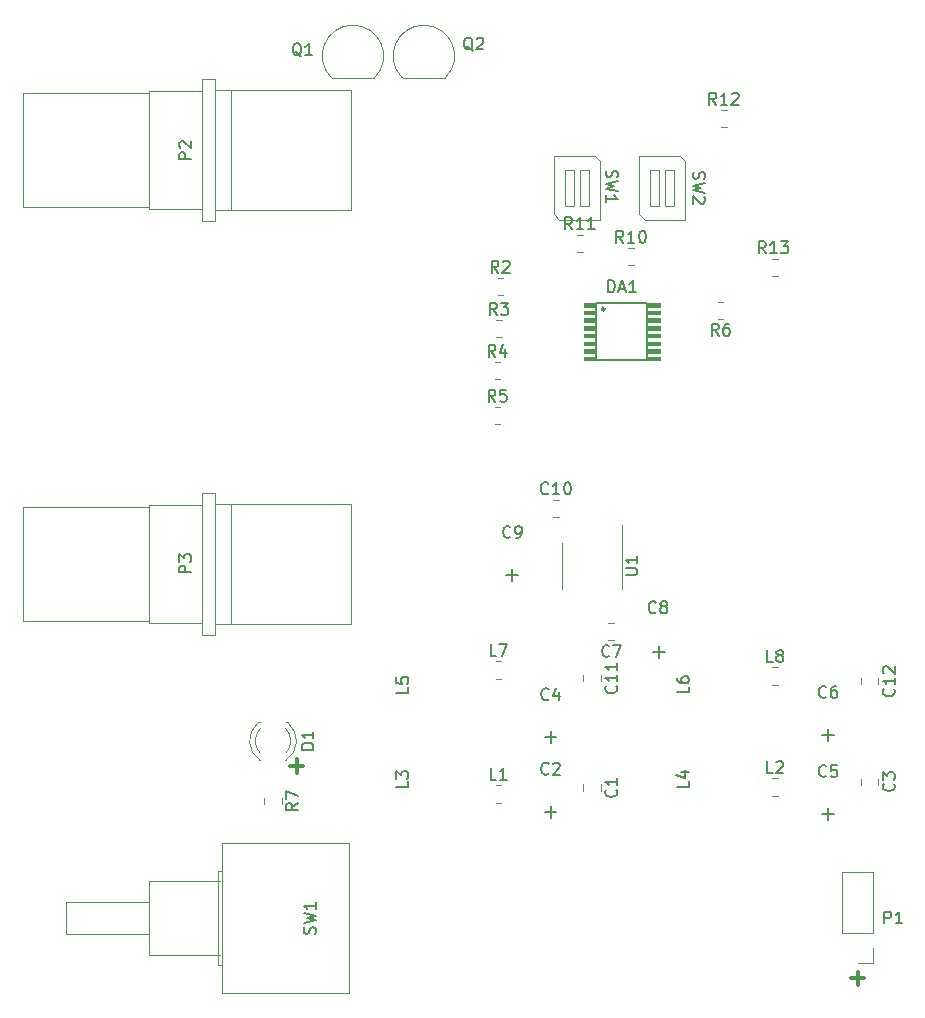
<source format=gbr>
%TF.GenerationSoftware,KiCad,Pcbnew,(6.0.10)*%
%TF.CreationDate,2023-06-26T14:12:15+09:00*%
%TF.ProjectId,OurDream,4f757244-7265-4616-9d2e-6b696361645f,rev?*%
%TF.SameCoordinates,Original*%
%TF.FileFunction,Legend,Top*%
%TF.FilePolarity,Positive*%
%FSLAX46Y46*%
G04 Gerber Fmt 4.6, Leading zero omitted, Abs format (unit mm)*
G04 Created by KiCad (PCBNEW (6.0.10)) date 2023-06-26 14:12:15*
%MOMM*%
%LPD*%
G01*
G04 APERTURE LIST*
%ADD10C,0.300000*%
%ADD11C,0.150000*%
%ADD12C,0.120000*%
%ADD13C,0.203200*%
%ADD14C,0.213600*%
%ADD15C,0.010000*%
G04 APERTURE END LIST*
D10*
X100928571Y-139107142D02*
X102071428Y-139107142D01*
X101500000Y-139678571D02*
X101500000Y-138535714D01*
X148428571Y-157107142D02*
X149571428Y-157107142D01*
X149000000Y-157678571D02*
X149000000Y-156535714D01*
D11*
%TO.C,C1*%
X128537142Y-141116666D02*
X128584761Y-141164285D01*
X128632380Y-141307142D01*
X128632380Y-141402380D01*
X128584761Y-141545238D01*
X128489523Y-141640476D01*
X128394285Y-141688095D01*
X128203809Y-141735714D01*
X128060952Y-141735714D01*
X127870476Y-141688095D01*
X127775238Y-141640476D01*
X127680000Y-141545238D01*
X127632380Y-141402380D01*
X127632380Y-141307142D01*
X127680000Y-141164285D01*
X127727619Y-141116666D01*
X128632380Y-140164285D02*
X128632380Y-140735714D01*
X128632380Y-140450000D02*
X127632380Y-140450000D01*
X127775238Y-140545238D01*
X127870476Y-140640476D01*
X127918095Y-140735714D01*
%TO.C,C2*%
X122833333Y-139757142D02*
X122785714Y-139804761D01*
X122642857Y-139852380D01*
X122547619Y-139852380D01*
X122404761Y-139804761D01*
X122309523Y-139709523D01*
X122261904Y-139614285D01*
X122214285Y-139423809D01*
X122214285Y-139280952D01*
X122261904Y-139090476D01*
X122309523Y-138995238D01*
X122404761Y-138900000D01*
X122547619Y-138852380D01*
X122642857Y-138852380D01*
X122785714Y-138900000D01*
X122833333Y-138947619D01*
X123214285Y-138947619D02*
X123261904Y-138900000D01*
X123357142Y-138852380D01*
X123595238Y-138852380D01*
X123690476Y-138900000D01*
X123738095Y-138947619D01*
X123785714Y-139042857D01*
X123785714Y-139138095D01*
X123738095Y-139280952D01*
X123166666Y-139852380D01*
X123785714Y-139852380D01*
%TO.C,C3*%
X152037142Y-140616666D02*
X152084761Y-140664285D01*
X152132380Y-140807142D01*
X152132380Y-140902380D01*
X152084761Y-141045238D01*
X151989523Y-141140476D01*
X151894285Y-141188095D01*
X151703809Y-141235714D01*
X151560952Y-141235714D01*
X151370476Y-141188095D01*
X151275238Y-141140476D01*
X151180000Y-141045238D01*
X151132380Y-140902380D01*
X151132380Y-140807142D01*
X151180000Y-140664285D01*
X151227619Y-140616666D01*
X151132380Y-140283333D02*
X151132380Y-139664285D01*
X151513333Y-139997619D01*
X151513333Y-139854761D01*
X151560952Y-139759523D01*
X151608571Y-139711904D01*
X151703809Y-139664285D01*
X151941904Y-139664285D01*
X152037142Y-139711904D01*
X152084761Y-139759523D01*
X152132380Y-139854761D01*
X152132380Y-140140476D01*
X152084761Y-140235714D01*
X152037142Y-140283333D01*
%TO.C,C4*%
X122833333Y-133457142D02*
X122785714Y-133504761D01*
X122642857Y-133552380D01*
X122547619Y-133552380D01*
X122404761Y-133504761D01*
X122309523Y-133409523D01*
X122261904Y-133314285D01*
X122214285Y-133123809D01*
X122214285Y-132980952D01*
X122261904Y-132790476D01*
X122309523Y-132695238D01*
X122404761Y-132600000D01*
X122547619Y-132552380D01*
X122642857Y-132552380D01*
X122785714Y-132600000D01*
X122833333Y-132647619D01*
X123690476Y-132885714D02*
X123690476Y-133552380D01*
X123452380Y-132504761D02*
X123214285Y-133219047D01*
X123833333Y-133219047D01*
%TO.C,C5*%
X146333333Y-139957142D02*
X146285714Y-140004761D01*
X146142857Y-140052380D01*
X146047619Y-140052380D01*
X145904761Y-140004761D01*
X145809523Y-139909523D01*
X145761904Y-139814285D01*
X145714285Y-139623809D01*
X145714285Y-139480952D01*
X145761904Y-139290476D01*
X145809523Y-139195238D01*
X145904761Y-139100000D01*
X146047619Y-139052380D01*
X146142857Y-139052380D01*
X146285714Y-139100000D01*
X146333333Y-139147619D01*
X147238095Y-139052380D02*
X146761904Y-139052380D01*
X146714285Y-139528571D01*
X146761904Y-139480952D01*
X146857142Y-139433333D01*
X147095238Y-139433333D01*
X147190476Y-139480952D01*
X147238095Y-139528571D01*
X147285714Y-139623809D01*
X147285714Y-139861904D01*
X147238095Y-139957142D01*
X147190476Y-140004761D01*
X147095238Y-140052380D01*
X146857142Y-140052380D01*
X146761904Y-140004761D01*
X146714285Y-139957142D01*
%TO.C,C6*%
X146333333Y-133257142D02*
X146285714Y-133304761D01*
X146142857Y-133352380D01*
X146047619Y-133352380D01*
X145904761Y-133304761D01*
X145809523Y-133209523D01*
X145761904Y-133114285D01*
X145714285Y-132923809D01*
X145714285Y-132780952D01*
X145761904Y-132590476D01*
X145809523Y-132495238D01*
X145904761Y-132400000D01*
X146047619Y-132352380D01*
X146142857Y-132352380D01*
X146285714Y-132400000D01*
X146333333Y-132447619D01*
X147190476Y-132352380D02*
X147000000Y-132352380D01*
X146904761Y-132400000D01*
X146857142Y-132447619D01*
X146761904Y-132590476D01*
X146714285Y-132780952D01*
X146714285Y-133161904D01*
X146761904Y-133257142D01*
X146809523Y-133304761D01*
X146904761Y-133352380D01*
X147095238Y-133352380D01*
X147190476Y-133304761D01*
X147238095Y-133257142D01*
X147285714Y-133161904D01*
X147285714Y-132923809D01*
X147238095Y-132828571D01*
X147190476Y-132780952D01*
X147095238Y-132733333D01*
X146904761Y-132733333D01*
X146809523Y-132780952D01*
X146761904Y-132828571D01*
X146714285Y-132923809D01*
%TO.C,C7*%
X127976333Y-129799142D02*
X127928714Y-129846761D01*
X127785857Y-129894380D01*
X127690619Y-129894380D01*
X127547761Y-129846761D01*
X127452523Y-129751523D01*
X127404904Y-129656285D01*
X127357285Y-129465809D01*
X127357285Y-129322952D01*
X127404904Y-129132476D01*
X127452523Y-129037238D01*
X127547761Y-128942000D01*
X127690619Y-128894380D01*
X127785857Y-128894380D01*
X127928714Y-128942000D01*
X127976333Y-128989619D01*
X128309666Y-128894380D02*
X128976333Y-128894380D01*
X128547761Y-129894380D01*
%TO.C,C8*%
X131913333Y-126094642D02*
X131865714Y-126142261D01*
X131722857Y-126189880D01*
X131627619Y-126189880D01*
X131484761Y-126142261D01*
X131389523Y-126047023D01*
X131341904Y-125951785D01*
X131294285Y-125761309D01*
X131294285Y-125618452D01*
X131341904Y-125427976D01*
X131389523Y-125332738D01*
X131484761Y-125237500D01*
X131627619Y-125189880D01*
X131722857Y-125189880D01*
X131865714Y-125237500D01*
X131913333Y-125285119D01*
X132484761Y-125618452D02*
X132389523Y-125570833D01*
X132341904Y-125523214D01*
X132294285Y-125427976D01*
X132294285Y-125380357D01*
X132341904Y-125285119D01*
X132389523Y-125237500D01*
X132484761Y-125189880D01*
X132675238Y-125189880D01*
X132770476Y-125237500D01*
X132818095Y-125285119D01*
X132865714Y-125380357D01*
X132865714Y-125427976D01*
X132818095Y-125523214D01*
X132770476Y-125570833D01*
X132675238Y-125618452D01*
X132484761Y-125618452D01*
X132389523Y-125666071D01*
X132341904Y-125713690D01*
X132294285Y-125808928D01*
X132294285Y-125999404D01*
X132341904Y-126094642D01*
X132389523Y-126142261D01*
X132484761Y-126189880D01*
X132675238Y-126189880D01*
X132770476Y-126142261D01*
X132818095Y-126094642D01*
X132865714Y-125999404D01*
X132865714Y-125808928D01*
X132818095Y-125713690D01*
X132770476Y-125666071D01*
X132675238Y-125618452D01*
%TO.C,C10*%
X122801142Y-116025142D02*
X122753523Y-116072761D01*
X122610666Y-116120380D01*
X122515428Y-116120380D01*
X122372571Y-116072761D01*
X122277333Y-115977523D01*
X122229714Y-115882285D01*
X122182095Y-115691809D01*
X122182095Y-115548952D01*
X122229714Y-115358476D01*
X122277333Y-115263238D01*
X122372571Y-115168000D01*
X122515428Y-115120380D01*
X122610666Y-115120380D01*
X122753523Y-115168000D01*
X122801142Y-115215619D01*
X123753523Y-116120380D02*
X123182095Y-116120380D01*
X123467809Y-116120380D02*
X123467809Y-115120380D01*
X123372571Y-115263238D01*
X123277333Y-115358476D01*
X123182095Y-115406095D01*
X124372571Y-115120380D02*
X124467809Y-115120380D01*
X124563047Y-115168000D01*
X124610666Y-115215619D01*
X124658285Y-115310857D01*
X124705904Y-115501333D01*
X124705904Y-115739428D01*
X124658285Y-115929904D01*
X124610666Y-116025142D01*
X124563047Y-116072761D01*
X124467809Y-116120380D01*
X124372571Y-116120380D01*
X124277333Y-116072761D01*
X124229714Y-116025142D01*
X124182095Y-115929904D01*
X124134476Y-115739428D01*
X124134476Y-115501333D01*
X124182095Y-115310857D01*
X124229714Y-115215619D01*
X124277333Y-115168000D01*
X124372571Y-115120380D01*
%TO.C,C11*%
X128537142Y-132342857D02*
X128584761Y-132390476D01*
X128632380Y-132533333D01*
X128632380Y-132628571D01*
X128584761Y-132771428D01*
X128489523Y-132866666D01*
X128394285Y-132914285D01*
X128203809Y-132961904D01*
X128060952Y-132961904D01*
X127870476Y-132914285D01*
X127775238Y-132866666D01*
X127680000Y-132771428D01*
X127632380Y-132628571D01*
X127632380Y-132533333D01*
X127680000Y-132390476D01*
X127727619Y-132342857D01*
X128632380Y-131390476D02*
X128632380Y-131961904D01*
X128632380Y-131676190D02*
X127632380Y-131676190D01*
X127775238Y-131771428D01*
X127870476Y-131866666D01*
X127918095Y-131961904D01*
X128632380Y-130438095D02*
X128632380Y-131009523D01*
X128632380Y-130723809D02*
X127632380Y-130723809D01*
X127775238Y-130819047D01*
X127870476Y-130914285D01*
X127918095Y-131009523D01*
%TO.C,C12*%
X152037142Y-132592857D02*
X152084761Y-132640476D01*
X152132380Y-132783333D01*
X152132380Y-132878571D01*
X152084761Y-133021428D01*
X151989523Y-133116666D01*
X151894285Y-133164285D01*
X151703809Y-133211904D01*
X151560952Y-133211904D01*
X151370476Y-133164285D01*
X151275238Y-133116666D01*
X151180000Y-133021428D01*
X151132380Y-132878571D01*
X151132380Y-132783333D01*
X151180000Y-132640476D01*
X151227619Y-132592857D01*
X152132380Y-131640476D02*
X152132380Y-132211904D01*
X152132380Y-131926190D02*
X151132380Y-131926190D01*
X151275238Y-132021428D01*
X151370476Y-132116666D01*
X151418095Y-132211904D01*
X151227619Y-131259523D02*
X151180000Y-131211904D01*
X151132380Y-131116666D01*
X151132380Y-130878571D01*
X151180000Y-130783333D01*
X151227619Y-130735714D01*
X151322857Y-130688095D01*
X151418095Y-130688095D01*
X151560952Y-130735714D01*
X152132380Y-131307142D01*
X152132380Y-130688095D01*
%TO.C,L1*%
X118420833Y-140302380D02*
X117944642Y-140302380D01*
X117944642Y-139302380D01*
X119277976Y-140302380D02*
X118706547Y-140302380D01*
X118992261Y-140302380D02*
X118992261Y-139302380D01*
X118897023Y-139445238D01*
X118801785Y-139540476D01*
X118706547Y-139588095D01*
%TO.C,L2*%
X141833333Y-139714880D02*
X141357142Y-139714880D01*
X141357142Y-138714880D01*
X142119047Y-138810119D02*
X142166666Y-138762500D01*
X142261904Y-138714880D01*
X142500000Y-138714880D01*
X142595238Y-138762500D01*
X142642857Y-138810119D01*
X142690476Y-138905357D01*
X142690476Y-139000595D01*
X142642857Y-139143452D01*
X142071428Y-139714880D01*
X142690476Y-139714880D01*
%TO.C,L3*%
X110952380Y-140436666D02*
X110952380Y-140912857D01*
X109952380Y-140912857D01*
X109952380Y-140198571D02*
X109952380Y-139579523D01*
X110333333Y-139912857D01*
X110333333Y-139770000D01*
X110380952Y-139674761D01*
X110428571Y-139627142D01*
X110523809Y-139579523D01*
X110761904Y-139579523D01*
X110857142Y-139627142D01*
X110904761Y-139674761D01*
X110952380Y-139770000D01*
X110952380Y-140055714D01*
X110904761Y-140150952D01*
X110857142Y-140198571D01*
%TO.C,L4*%
X134702380Y-140396666D02*
X134702380Y-140872857D01*
X133702380Y-140872857D01*
X134035714Y-139634761D02*
X134702380Y-139634761D01*
X133654761Y-139872857D02*
X134369047Y-140110952D01*
X134369047Y-139491904D01*
%TO.C,L7*%
X118420833Y-129802380D02*
X117944642Y-129802380D01*
X117944642Y-128802380D01*
X118658928Y-128802380D02*
X119325595Y-128802380D01*
X118897023Y-129802380D01*
%TO.C,L8*%
X141833333Y-130302380D02*
X141357142Y-130302380D01*
X141357142Y-129302380D01*
X142309523Y-129730952D02*
X142214285Y-129683333D01*
X142166666Y-129635714D01*
X142119047Y-129540476D01*
X142119047Y-129492857D01*
X142166666Y-129397619D01*
X142214285Y-129350000D01*
X142309523Y-129302380D01*
X142500000Y-129302380D01*
X142595238Y-129350000D01*
X142642857Y-129397619D01*
X142690476Y-129492857D01*
X142690476Y-129540476D01*
X142642857Y-129635714D01*
X142595238Y-129683333D01*
X142500000Y-129730952D01*
X142309523Y-129730952D01*
X142214285Y-129778571D01*
X142166666Y-129826190D01*
X142119047Y-129921428D01*
X142119047Y-130111904D01*
X142166666Y-130207142D01*
X142214285Y-130254761D01*
X142309523Y-130302380D01*
X142500000Y-130302380D01*
X142595238Y-130254761D01*
X142642857Y-130207142D01*
X142690476Y-130111904D01*
X142690476Y-129921428D01*
X142642857Y-129826190D01*
X142595238Y-129778571D01*
X142500000Y-129730952D01*
%TO.C,Q2*%
X116404761Y-78547619D02*
X116309523Y-78500000D01*
X116214285Y-78404761D01*
X116071428Y-78261904D01*
X115976190Y-78214285D01*
X115880952Y-78214285D01*
X115928571Y-78452380D02*
X115833333Y-78404761D01*
X115738095Y-78309523D01*
X115690476Y-78119047D01*
X115690476Y-77785714D01*
X115738095Y-77595238D01*
X115833333Y-77500000D01*
X115928571Y-77452380D01*
X116119047Y-77452380D01*
X116214285Y-77500000D01*
X116309523Y-77595238D01*
X116357142Y-77785714D01*
X116357142Y-78119047D01*
X116309523Y-78309523D01*
X116214285Y-78404761D01*
X116119047Y-78452380D01*
X115928571Y-78452380D01*
X116738095Y-77547619D02*
X116785714Y-77500000D01*
X116880952Y-77452380D01*
X117119047Y-77452380D01*
X117214285Y-77500000D01*
X117261904Y-77547619D01*
X117309523Y-77642857D01*
X117309523Y-77738095D01*
X117261904Y-77880952D01*
X116690476Y-78452380D01*
X117309523Y-78452380D01*
%TO.C,R7*%
X101602380Y-142254166D02*
X101126190Y-142587500D01*
X101602380Y-142825595D02*
X100602380Y-142825595D01*
X100602380Y-142444642D01*
X100650000Y-142349404D01*
X100697619Y-142301785D01*
X100792857Y-142254166D01*
X100935714Y-142254166D01*
X101030952Y-142301785D01*
X101078571Y-142349404D01*
X101126190Y-142444642D01*
X101126190Y-142825595D01*
X100602380Y-141920833D02*
X100602380Y-141254166D01*
X101602380Y-141682738D01*
%TO.C,L5*%
X110952380Y-132436666D02*
X110952380Y-132912857D01*
X109952380Y-132912857D01*
X109952380Y-131627142D02*
X109952380Y-132103333D01*
X110428571Y-132150952D01*
X110380952Y-132103333D01*
X110333333Y-132008095D01*
X110333333Y-131770000D01*
X110380952Y-131674761D01*
X110428571Y-131627142D01*
X110523809Y-131579523D01*
X110761904Y-131579523D01*
X110857142Y-131627142D01*
X110904761Y-131674761D01*
X110952380Y-131770000D01*
X110952380Y-132008095D01*
X110904761Y-132103333D01*
X110857142Y-132150952D01*
%TO.C,L6*%
X134702380Y-132396666D02*
X134702380Y-132872857D01*
X133702380Y-132872857D01*
X133702380Y-131634761D02*
X133702380Y-131825238D01*
X133750000Y-131920476D01*
X133797619Y-131968095D01*
X133940476Y-132063333D01*
X134130952Y-132110952D01*
X134511904Y-132110952D01*
X134607142Y-132063333D01*
X134654761Y-132015714D01*
X134702380Y-131920476D01*
X134702380Y-131730000D01*
X134654761Y-131634761D01*
X134607142Y-131587142D01*
X134511904Y-131539523D01*
X134273809Y-131539523D01*
X134178571Y-131587142D01*
X134130952Y-131634761D01*
X134083333Y-131730000D01*
X134083333Y-131920476D01*
X134130952Y-132015714D01*
X134178571Y-132063333D01*
X134273809Y-132110952D01*
%TO.C,P1*%
X151261904Y-152452380D02*
X151261904Y-151452380D01*
X151642857Y-151452380D01*
X151738095Y-151500000D01*
X151785714Y-151547619D01*
X151833333Y-151642857D01*
X151833333Y-151785714D01*
X151785714Y-151880952D01*
X151738095Y-151928571D01*
X151642857Y-151976190D01*
X151261904Y-151976190D01*
X152785714Y-152452380D02*
X152214285Y-152452380D01*
X152500000Y-152452380D02*
X152500000Y-151452380D01*
X152404761Y-151595238D01*
X152309523Y-151690476D01*
X152214285Y-151738095D01*
%TO.C,C9*%
X119594333Y-119732142D02*
X119546714Y-119779761D01*
X119403857Y-119827380D01*
X119308619Y-119827380D01*
X119165761Y-119779761D01*
X119070523Y-119684523D01*
X119022904Y-119589285D01*
X118975285Y-119398809D01*
X118975285Y-119255952D01*
X119022904Y-119065476D01*
X119070523Y-118970238D01*
X119165761Y-118875000D01*
X119308619Y-118827380D01*
X119403857Y-118827380D01*
X119546714Y-118875000D01*
X119594333Y-118922619D01*
X120070523Y-119827380D02*
X120261000Y-119827380D01*
X120356238Y-119779761D01*
X120403857Y-119732142D01*
X120499095Y-119589285D01*
X120546714Y-119398809D01*
X120546714Y-119017857D01*
X120499095Y-118922619D01*
X120451476Y-118875000D01*
X120356238Y-118827380D01*
X120165761Y-118827380D01*
X120070523Y-118875000D01*
X120022904Y-118922619D01*
X119975285Y-119017857D01*
X119975285Y-119255952D01*
X120022904Y-119351190D01*
X120070523Y-119398809D01*
X120165761Y-119446428D01*
X120356238Y-119446428D01*
X120451476Y-119398809D01*
X120499095Y-119351190D01*
X120546714Y-119255952D01*
%TO.C,Q1*%
X101904761Y-79047619D02*
X101809523Y-79000000D01*
X101714285Y-78904761D01*
X101571428Y-78761904D01*
X101476190Y-78714285D01*
X101380952Y-78714285D01*
X101428571Y-78952380D02*
X101333333Y-78904761D01*
X101238095Y-78809523D01*
X101190476Y-78619047D01*
X101190476Y-78285714D01*
X101238095Y-78095238D01*
X101333333Y-78000000D01*
X101428571Y-77952380D01*
X101619047Y-77952380D01*
X101714285Y-78000000D01*
X101809523Y-78095238D01*
X101857142Y-78285714D01*
X101857142Y-78619047D01*
X101809523Y-78809523D01*
X101714285Y-78904761D01*
X101619047Y-78952380D01*
X101428571Y-78952380D01*
X102809523Y-78952380D02*
X102238095Y-78952380D01*
X102523809Y-78952380D02*
X102523809Y-77952380D01*
X102428571Y-78095238D01*
X102333333Y-78190476D01*
X102238095Y-78238095D01*
%TO.C,D1*%
X102912380Y-137738095D02*
X101912380Y-137738095D01*
X101912380Y-137500000D01*
X101960000Y-137357142D01*
X102055238Y-137261904D01*
X102150476Y-137214285D01*
X102340952Y-137166666D01*
X102483809Y-137166666D01*
X102674285Y-137214285D01*
X102769523Y-137261904D01*
X102864761Y-137357142D01*
X102912380Y-137500000D01*
X102912380Y-137738095D01*
X102912380Y-136214285D02*
X102912380Y-136785714D01*
X102912380Y-136500000D02*
X101912380Y-136500000D01*
X102055238Y-136595238D01*
X102150476Y-136690476D01*
X102198095Y-136785714D01*
%TO.C,P2*%
X92562380Y-87738095D02*
X91562380Y-87738095D01*
X91562380Y-87357142D01*
X91610000Y-87261904D01*
X91657619Y-87214285D01*
X91752857Y-87166666D01*
X91895714Y-87166666D01*
X91990952Y-87214285D01*
X92038571Y-87261904D01*
X92086190Y-87357142D01*
X92086190Y-87738095D01*
X91657619Y-86785714D02*
X91610000Y-86738095D01*
X91562380Y-86642857D01*
X91562380Y-86404761D01*
X91610000Y-86309523D01*
X91657619Y-86261904D01*
X91752857Y-86214285D01*
X91848095Y-86214285D01*
X91990952Y-86261904D01*
X92562380Y-86833333D01*
X92562380Y-86214285D01*
%TO.C,P3*%
X92562380Y-122738095D02*
X91562380Y-122738095D01*
X91562380Y-122357142D01*
X91610000Y-122261904D01*
X91657619Y-122214285D01*
X91752857Y-122166666D01*
X91895714Y-122166666D01*
X91990952Y-122214285D01*
X92038571Y-122261904D01*
X92086190Y-122357142D01*
X92086190Y-122738095D01*
X91562380Y-121833333D02*
X91562380Y-121214285D01*
X91943333Y-121547619D01*
X91943333Y-121404761D01*
X91990952Y-121309523D01*
X92038571Y-121261904D01*
X92133809Y-121214285D01*
X92371904Y-121214285D01*
X92467142Y-121261904D01*
X92514761Y-121309523D01*
X92562380Y-121404761D01*
X92562380Y-121690476D01*
X92514761Y-121785714D01*
X92467142Y-121833333D01*
%TO.C,SW1*%
X103054761Y-153333333D02*
X103102380Y-153190476D01*
X103102380Y-152952380D01*
X103054761Y-152857142D01*
X103007142Y-152809523D01*
X102911904Y-152761904D01*
X102816666Y-152761904D01*
X102721428Y-152809523D01*
X102673809Y-152857142D01*
X102626190Y-152952380D01*
X102578571Y-153142857D01*
X102530952Y-153238095D01*
X102483333Y-153285714D01*
X102388095Y-153333333D01*
X102292857Y-153333333D01*
X102197619Y-153285714D01*
X102150000Y-153238095D01*
X102102380Y-153142857D01*
X102102380Y-152904761D01*
X102150000Y-152761904D01*
X102102380Y-152428571D02*
X103102380Y-152190476D01*
X102388095Y-152000000D01*
X103102380Y-151809523D01*
X102102380Y-151571428D01*
X103102380Y-150666666D02*
X103102380Y-151238095D01*
X103102380Y-150952380D02*
X102102380Y-150952380D01*
X102245238Y-151047619D01*
X102340476Y-151142857D01*
X102388095Y-151238095D01*
%TO.C,R13*%
X141216142Y-95703380D02*
X140882809Y-95227190D01*
X140644714Y-95703380D02*
X140644714Y-94703380D01*
X141025666Y-94703380D01*
X141120904Y-94751000D01*
X141168523Y-94798619D01*
X141216142Y-94893857D01*
X141216142Y-95036714D01*
X141168523Y-95131952D01*
X141120904Y-95179571D01*
X141025666Y-95227190D01*
X140644714Y-95227190D01*
X142168523Y-95703380D02*
X141597095Y-95703380D01*
X141882809Y-95703380D02*
X141882809Y-94703380D01*
X141787571Y-94846238D01*
X141692333Y-94941476D01*
X141597095Y-94989095D01*
X142501857Y-94703380D02*
X143120904Y-94703380D01*
X142787571Y-95084333D01*
X142930428Y-95084333D01*
X143025666Y-95131952D01*
X143073285Y-95179571D01*
X143120904Y-95274809D01*
X143120904Y-95512904D01*
X143073285Y-95608142D01*
X143025666Y-95655761D01*
X142930428Y-95703380D01*
X142644714Y-95703380D01*
X142549476Y-95655761D01*
X142501857Y-95608142D01*
%TO.C,R12*%
X137025142Y-83130380D02*
X136691809Y-82654190D01*
X136453714Y-83130380D02*
X136453714Y-82130380D01*
X136834666Y-82130380D01*
X136929904Y-82178000D01*
X136977523Y-82225619D01*
X137025142Y-82320857D01*
X137025142Y-82463714D01*
X136977523Y-82558952D01*
X136929904Y-82606571D01*
X136834666Y-82654190D01*
X136453714Y-82654190D01*
X137977523Y-83130380D02*
X137406095Y-83130380D01*
X137691809Y-83130380D02*
X137691809Y-82130380D01*
X137596571Y-82273238D01*
X137501333Y-82368476D01*
X137406095Y-82416095D01*
X138358476Y-82225619D02*
X138406095Y-82178000D01*
X138501333Y-82130380D01*
X138739428Y-82130380D01*
X138834666Y-82178000D01*
X138882285Y-82225619D01*
X138929904Y-82320857D01*
X138929904Y-82416095D01*
X138882285Y-82558952D01*
X138310857Y-83130380D01*
X138929904Y-83130380D01*
%TO.C,R3*%
X118451333Y-100910380D02*
X118118000Y-100434190D01*
X117879904Y-100910380D02*
X117879904Y-99910380D01*
X118260857Y-99910380D01*
X118356095Y-99958000D01*
X118403714Y-100005619D01*
X118451333Y-100100857D01*
X118451333Y-100243714D01*
X118403714Y-100338952D01*
X118356095Y-100386571D01*
X118260857Y-100434190D01*
X117879904Y-100434190D01*
X118784666Y-99910380D02*
X119403714Y-99910380D01*
X119070380Y-100291333D01*
X119213238Y-100291333D01*
X119308476Y-100338952D01*
X119356095Y-100386571D01*
X119403714Y-100481809D01*
X119403714Y-100719904D01*
X119356095Y-100815142D01*
X119308476Y-100862761D01*
X119213238Y-100910380D01*
X118927523Y-100910380D01*
X118832285Y-100862761D01*
X118784666Y-100815142D01*
%TO.C,R4*%
X118324333Y-104466380D02*
X117991000Y-103990190D01*
X117752904Y-104466380D02*
X117752904Y-103466380D01*
X118133857Y-103466380D01*
X118229095Y-103514000D01*
X118276714Y-103561619D01*
X118324333Y-103656857D01*
X118324333Y-103799714D01*
X118276714Y-103894952D01*
X118229095Y-103942571D01*
X118133857Y-103990190D01*
X117752904Y-103990190D01*
X119181476Y-103799714D02*
X119181476Y-104466380D01*
X118943380Y-103418761D02*
X118705285Y-104133047D01*
X119324333Y-104133047D01*
%TO.C,DA1*%
X127865333Y-99004380D02*
X127865333Y-98004380D01*
X128103428Y-98004380D01*
X128246285Y-98052000D01*
X128341523Y-98147238D01*
X128389142Y-98242476D01*
X128436761Y-98432952D01*
X128436761Y-98575809D01*
X128389142Y-98766285D01*
X128341523Y-98861523D01*
X128246285Y-98956761D01*
X128103428Y-99004380D01*
X127865333Y-99004380D01*
X128817714Y-98718666D02*
X129293904Y-98718666D01*
X128722476Y-99004380D02*
X129055809Y-98004380D01*
X129389142Y-99004380D01*
X130246285Y-99004380D02*
X129674857Y-99004380D01*
X129960571Y-99004380D02*
X129960571Y-98004380D01*
X129865333Y-98147238D01*
X129770095Y-98242476D01*
X129674857Y-98290095D01*
%TO.C,R6*%
X137223833Y-102686380D02*
X136890500Y-102210190D01*
X136652404Y-102686380D02*
X136652404Y-101686380D01*
X137033357Y-101686380D01*
X137128595Y-101734000D01*
X137176214Y-101781619D01*
X137223833Y-101876857D01*
X137223833Y-102019714D01*
X137176214Y-102114952D01*
X137128595Y-102162571D01*
X137033357Y-102210190D01*
X136652404Y-102210190D01*
X138080976Y-101686380D02*
X137890500Y-101686380D01*
X137795261Y-101734000D01*
X137747642Y-101781619D01*
X137652404Y-101924476D01*
X137604785Y-102114952D01*
X137604785Y-102495904D01*
X137652404Y-102591142D01*
X137700023Y-102638761D01*
X137795261Y-102686380D01*
X137985738Y-102686380D01*
X138080976Y-102638761D01*
X138128595Y-102591142D01*
X138176214Y-102495904D01*
X138176214Y-102257809D01*
X138128595Y-102162571D01*
X138080976Y-102114952D01*
X137985738Y-102067333D01*
X137795261Y-102067333D01*
X137700023Y-102114952D01*
X137652404Y-102162571D01*
X137604785Y-102257809D01*
%TO.C,R10*%
X129151142Y-94814380D02*
X128817809Y-94338190D01*
X128579714Y-94814380D02*
X128579714Y-93814380D01*
X128960666Y-93814380D01*
X129055904Y-93862000D01*
X129103523Y-93909619D01*
X129151142Y-94004857D01*
X129151142Y-94147714D01*
X129103523Y-94242952D01*
X129055904Y-94290571D01*
X128960666Y-94338190D01*
X128579714Y-94338190D01*
X130103523Y-94814380D02*
X129532095Y-94814380D01*
X129817809Y-94814380D02*
X129817809Y-93814380D01*
X129722571Y-93957238D01*
X129627333Y-94052476D01*
X129532095Y-94100095D01*
X130722571Y-93814380D02*
X130817809Y-93814380D01*
X130913047Y-93862000D01*
X130960666Y-93909619D01*
X131008285Y-94004857D01*
X131055904Y-94195333D01*
X131055904Y-94433428D01*
X131008285Y-94623904D01*
X130960666Y-94719142D01*
X130913047Y-94766761D01*
X130817809Y-94814380D01*
X130722571Y-94814380D01*
X130627333Y-94766761D01*
X130579714Y-94719142D01*
X130532095Y-94623904D01*
X130484476Y-94433428D01*
X130484476Y-94195333D01*
X130532095Y-94004857D01*
X130579714Y-93909619D01*
X130627333Y-93862000D01*
X130722571Y-93814380D01*
%TO.C,R11*%
X124833142Y-93671380D02*
X124499809Y-93195190D01*
X124261714Y-93671380D02*
X124261714Y-92671380D01*
X124642666Y-92671380D01*
X124737904Y-92719000D01*
X124785523Y-92766619D01*
X124833142Y-92861857D01*
X124833142Y-93004714D01*
X124785523Y-93099952D01*
X124737904Y-93147571D01*
X124642666Y-93195190D01*
X124261714Y-93195190D01*
X125785523Y-93671380D02*
X125214095Y-93671380D01*
X125499809Y-93671380D02*
X125499809Y-92671380D01*
X125404571Y-92814238D01*
X125309333Y-92909476D01*
X125214095Y-92957095D01*
X126737904Y-93671380D02*
X126166476Y-93671380D01*
X126452190Y-93671380D02*
X126452190Y-92671380D01*
X126356952Y-92814238D01*
X126261714Y-92909476D01*
X126166476Y-92957095D01*
%TO.C,SW2*%
X135104238Y-88836666D02*
X135056619Y-88979523D01*
X135056619Y-89217619D01*
X135104238Y-89312857D01*
X135151857Y-89360476D01*
X135247095Y-89408095D01*
X135342333Y-89408095D01*
X135437571Y-89360476D01*
X135485190Y-89312857D01*
X135532809Y-89217619D01*
X135580428Y-89027142D01*
X135628047Y-88931904D01*
X135675666Y-88884285D01*
X135770904Y-88836666D01*
X135866142Y-88836666D01*
X135961380Y-88884285D01*
X136009000Y-88931904D01*
X136056619Y-89027142D01*
X136056619Y-89265238D01*
X136009000Y-89408095D01*
X136056619Y-89741428D02*
X135056619Y-89979523D01*
X135770904Y-90170000D01*
X135056619Y-90360476D01*
X136056619Y-90598571D01*
X135961380Y-90931904D02*
X136009000Y-90979523D01*
X136056619Y-91074761D01*
X136056619Y-91312857D01*
X136009000Y-91408095D01*
X135961380Y-91455714D01*
X135866142Y-91503333D01*
X135770904Y-91503333D01*
X135628047Y-91455714D01*
X135056619Y-90884285D01*
X135056619Y-91503333D01*
%TO.C,R2*%
X118578333Y-97354380D02*
X118245000Y-96878190D01*
X118006904Y-97354380D02*
X118006904Y-96354380D01*
X118387857Y-96354380D01*
X118483095Y-96402000D01*
X118530714Y-96449619D01*
X118578333Y-96544857D01*
X118578333Y-96687714D01*
X118530714Y-96782952D01*
X118483095Y-96830571D01*
X118387857Y-96878190D01*
X118006904Y-96878190D01*
X118959285Y-96449619D02*
X119006904Y-96402000D01*
X119102142Y-96354380D01*
X119340238Y-96354380D01*
X119435476Y-96402000D01*
X119483095Y-96449619D01*
X119530714Y-96544857D01*
X119530714Y-96640095D01*
X119483095Y-96782952D01*
X118911666Y-97354380D01*
X119530714Y-97354380D01*
%TO.C,SW1*%
X127738238Y-88709666D02*
X127690619Y-88852523D01*
X127690619Y-89090619D01*
X127738238Y-89185857D01*
X127785857Y-89233476D01*
X127881095Y-89281095D01*
X127976333Y-89281095D01*
X128071571Y-89233476D01*
X128119190Y-89185857D01*
X128166809Y-89090619D01*
X128214428Y-88900142D01*
X128262047Y-88804904D01*
X128309666Y-88757285D01*
X128404904Y-88709666D01*
X128500142Y-88709666D01*
X128595380Y-88757285D01*
X128643000Y-88804904D01*
X128690619Y-88900142D01*
X128690619Y-89138238D01*
X128643000Y-89281095D01*
X128690619Y-89614428D02*
X127690619Y-89852523D01*
X128404904Y-90043000D01*
X127690619Y-90233476D01*
X128690619Y-90471571D01*
X127690619Y-91376333D02*
X127690619Y-90804904D01*
X127690619Y-91090619D02*
X128690619Y-91090619D01*
X128547761Y-90995380D01*
X128452523Y-90900142D01*
X128404904Y-90804904D01*
%TO.C,R5*%
X118324333Y-108276380D02*
X117991000Y-107800190D01*
X117752904Y-108276380D02*
X117752904Y-107276380D01*
X118133857Y-107276380D01*
X118229095Y-107324000D01*
X118276714Y-107371619D01*
X118324333Y-107466857D01*
X118324333Y-107609714D01*
X118276714Y-107704952D01*
X118229095Y-107752571D01*
X118133857Y-107800190D01*
X117752904Y-107800190D01*
X119229095Y-107276380D02*
X118752904Y-107276380D01*
X118705285Y-107752571D01*
X118752904Y-107704952D01*
X118848142Y-107657333D01*
X119086238Y-107657333D01*
X119181476Y-107704952D01*
X119229095Y-107752571D01*
X119276714Y-107847809D01*
X119276714Y-108085904D01*
X119229095Y-108181142D01*
X119181476Y-108228761D01*
X119086238Y-108276380D01*
X118848142Y-108276380D01*
X118752904Y-108228761D01*
X118705285Y-108181142D01*
%TO.C,U1*%
X129344380Y-122935904D02*
X130153904Y-122935904D01*
X130249142Y-122888285D01*
X130296761Y-122840666D01*
X130344380Y-122745428D01*
X130344380Y-122554952D01*
X130296761Y-122459714D01*
X130249142Y-122412095D01*
X130153904Y-122364476D01*
X129344380Y-122364476D01*
X130344380Y-121364476D02*
X130344380Y-121935904D01*
X130344380Y-121650190D02*
X129344380Y-121650190D01*
X129487238Y-121745428D01*
X129582476Y-121840666D01*
X129630095Y-121935904D01*
D12*
%TO.C,C1*%
X125765000Y-140688748D02*
X125765000Y-141211252D01*
X127235000Y-140688748D02*
X127235000Y-141211252D01*
D11*
%TO.C,C2*%
X123000000Y-143500000D02*
X123000000Y-143000000D01*
X123000000Y-142500000D02*
X123000000Y-143500000D01*
X122500000Y-143000000D02*
X123500000Y-143000000D01*
X123000000Y-143000000D02*
X123000000Y-142500000D01*
D12*
%TO.C,C3*%
X149265000Y-140188748D02*
X149265000Y-140711252D01*
X150735000Y-140188748D02*
X150735000Y-140711252D01*
D11*
%TO.C,C4*%
X123000000Y-137200000D02*
X123000000Y-136700000D01*
X122500000Y-136700000D02*
X123500000Y-136700000D01*
X123000000Y-136200000D02*
X123000000Y-137200000D01*
X123000000Y-136700000D02*
X123000000Y-136200000D01*
%TO.C,C5*%
X146500000Y-142700000D02*
X146500000Y-143700000D01*
X146500000Y-143700000D02*
X146500000Y-143200000D01*
X146500000Y-143200000D02*
X146500000Y-142700000D01*
X146000000Y-143200000D02*
X147000000Y-143200000D01*
%TO.C,C6*%
X146000000Y-136500000D02*
X147000000Y-136500000D01*
X146500000Y-136500000D02*
X146500000Y-136000000D01*
X146500000Y-137000000D02*
X146500000Y-136500000D01*
X146500000Y-136000000D02*
X146500000Y-137000000D01*
D12*
%TO.C,C7*%
X128404252Y-127027000D02*
X127881748Y-127027000D01*
X128404252Y-128497000D02*
X127881748Y-128497000D01*
D11*
%TO.C,C8*%
X131707000Y-129462000D02*
X132707000Y-129462000D01*
X132207000Y-128962000D02*
X132207000Y-129962000D01*
X132207000Y-129462000D02*
X132207000Y-128962000D01*
X132207000Y-129962000D02*
X132207000Y-129462000D01*
D12*
%TO.C,C10*%
X123182748Y-116613000D02*
X123705252Y-116613000D01*
X123182748Y-118083000D02*
X123705252Y-118083000D01*
%TO.C,C11*%
X127235000Y-131438748D02*
X127235000Y-131961252D01*
X125765000Y-131438748D02*
X125765000Y-131961252D01*
%TO.C,C12*%
X149265000Y-131688748D02*
X149265000Y-132211252D01*
X150735000Y-131688748D02*
X150735000Y-132211252D01*
%TO.C,L1*%
X118360436Y-140765000D02*
X118814564Y-140765000D01*
X118360436Y-142235000D02*
X118814564Y-142235000D01*
%TO.C,L2*%
X141772936Y-141647500D02*
X142227064Y-141647500D01*
X141772936Y-140177500D02*
X142227064Y-140177500D01*
%TO.C,L7*%
X118360436Y-131735000D02*
X118814564Y-131735000D01*
X118360436Y-130265000D02*
X118814564Y-130265000D01*
%TO.C,L8*%
X141772936Y-130765000D02*
X142227064Y-130765000D01*
X141772936Y-132235000D02*
X142227064Y-132235000D01*
%TO.C,Q2*%
X110470000Y-80850000D02*
X114070000Y-80850000D01*
X114108478Y-80838478D02*
G75*
G03*
X112270000Y-76400000I-1838478J1838478D01*
G01*
X112270000Y-76399999D02*
G75*
G03*
X110431522Y-80838478I0J-2600001D01*
G01*
%TO.C,R7*%
X100235000Y-141860436D02*
X100235000Y-142314564D01*
X98765000Y-141860436D02*
X98765000Y-142314564D01*
%TO.C,P1*%
X147670000Y-153230000D02*
X147670000Y-148090000D01*
X150330000Y-153230000D02*
X150330000Y-148090000D01*
X150330000Y-154500000D02*
X150330000Y-155830000D01*
X150330000Y-148090000D02*
X147670000Y-148090000D01*
X150330000Y-153230000D02*
X147670000Y-153230000D01*
X150330000Y-155830000D02*
X149000000Y-155830000D01*
D11*
%TO.C,C9*%
X119761000Y-122475000D02*
X119761000Y-123475000D01*
X119261000Y-122975000D02*
X120261000Y-122975000D01*
X119761000Y-122975000D02*
X119761000Y-122475000D01*
X119761000Y-123475000D02*
X119761000Y-122975000D01*
D12*
%TO.C,Q1*%
X104470000Y-80850000D02*
X108070000Y-80850000D01*
X108108478Y-80838478D02*
G75*
G03*
X106270000Y-76400000I-1838478J1838478D01*
G01*
X106270000Y-76399999D02*
G75*
G03*
X104431522Y-80838478I0J-2600001D01*
G01*
%TO.C,D1*%
X98420000Y-135440000D02*
X98264000Y-135440000D01*
X100736000Y-135440000D02*
X100580000Y-135440000D01*
X100578608Y-138672335D02*
G75*
G03*
X100735516Y-135440000I-1078609J1672335D01*
G01*
X98420000Y-135959039D02*
G75*
G03*
X98420163Y-138041130I1080000J-1040961D01*
G01*
X100579837Y-138041130D02*
G75*
G03*
X100580000Y-135959039I-1079837J1041130D01*
G01*
X98264484Y-135440000D02*
G75*
G03*
X98421392Y-138672335I1235517J-1560000D01*
G01*
%TO.C,P2*%
X95920000Y-81920000D02*
X94650000Y-81920000D01*
X95920000Y-81920000D02*
X95920000Y-92080000D01*
X106080000Y-81920000D02*
X95920000Y-81920000D01*
X89000000Y-82175000D02*
X78310000Y-82175000D01*
X89000000Y-92000000D02*
X93500000Y-92000000D01*
X78310000Y-82175000D02*
X78310000Y-91825000D01*
X89000000Y-91825000D02*
X78310000Y-91825000D01*
X106080000Y-92080000D02*
X106080000Y-81920000D01*
X89000000Y-82000000D02*
X93500000Y-82000000D01*
X94600000Y-81000000D02*
X94600000Y-93000000D01*
X94600000Y-81000000D02*
X93500000Y-81000000D01*
X95920000Y-92080000D02*
X94650000Y-92080000D01*
X89000000Y-82000000D02*
X89000000Y-92000000D01*
X94600000Y-93000000D02*
X93500000Y-93000000D01*
X95920000Y-92080000D02*
X106080000Y-92080000D01*
X93500000Y-81000000D02*
X93500000Y-93000000D01*
%TO.C,P3*%
X94600000Y-116000000D02*
X94600000Y-128000000D01*
X89000000Y-126825000D02*
X78310000Y-126825000D01*
X94600000Y-128000000D02*
X93500000Y-128000000D01*
X106080000Y-116920000D02*
X95920000Y-116920000D01*
X89000000Y-117175000D02*
X78310000Y-117175000D01*
X95920000Y-116920000D02*
X95920000Y-127080000D01*
X95920000Y-127080000D02*
X94650000Y-127080000D01*
X95920000Y-127080000D02*
X106080000Y-127080000D01*
X94600000Y-116000000D02*
X93500000Y-116000000D01*
X106080000Y-127080000D02*
X106080000Y-116920000D01*
X95920000Y-116920000D02*
X94650000Y-116920000D01*
X89000000Y-117000000D02*
X93500000Y-117000000D01*
X89000000Y-127000000D02*
X93500000Y-127000000D01*
X89000000Y-117000000D02*
X89000000Y-127000000D01*
X93500000Y-116000000D02*
X93500000Y-128000000D01*
X78310000Y-117175000D02*
X78310000Y-126825000D01*
%TO.C,SW1*%
X89000000Y-150650000D02*
X82000000Y-150650000D01*
X95200000Y-145650000D02*
X95200000Y-158350000D01*
X95200000Y-145650000D02*
X105900000Y-145650000D01*
X89000000Y-148900000D02*
X95000000Y-148900000D01*
X105900000Y-158350000D02*
X95200000Y-158350000D01*
X95200000Y-156000000D02*
X94800000Y-156000000D01*
X89000000Y-148900000D02*
X89000000Y-155100000D01*
X94800000Y-148000000D02*
X94800000Y-156000000D01*
X82000000Y-150650000D02*
X82000000Y-153350000D01*
X89000000Y-153350000D02*
X82000000Y-153350000D01*
X95200000Y-148000000D02*
X95200000Y-156000000D01*
X89000000Y-155100000D02*
X95000000Y-155100000D01*
X105900000Y-145650000D02*
X105900000Y-158350000D01*
X95200000Y-148000000D02*
X94800000Y-148000000D01*
%TO.C,R13*%
X141758936Y-96166000D02*
X142213064Y-96166000D01*
X141758936Y-97636000D02*
X142213064Y-97636000D01*
%TO.C,R12*%
X137440936Y-85063000D02*
X137895064Y-85063000D01*
X137440936Y-83593000D02*
X137895064Y-83593000D01*
%TO.C,R3*%
X118390936Y-101373000D02*
X118845064Y-101373000D01*
X118390936Y-102843000D02*
X118845064Y-102843000D01*
%TO.C,R4*%
X118263936Y-104929000D02*
X118718064Y-104929000D01*
X118263936Y-106399000D02*
X118718064Y-106399000D01*
D13*
%TO.C,DA1*%
X126883600Y-99963600D02*
X126883600Y-104760400D01*
X131180400Y-99963600D02*
X126883600Y-99963600D01*
X126883600Y-104760400D02*
X131180400Y-104760400D01*
X131180400Y-104760400D02*
X131180400Y-99963600D01*
D14*
X127563800Y-100437000D02*
G75*
G03*
X127563800Y-100437000I-106800J0D01*
G01*
G36*
X126782000Y-100887000D02*
G01*
X125832000Y-100887000D01*
X125832000Y-100587000D01*
X126782000Y-100587000D01*
X126782000Y-100887000D01*
G37*
D15*
X126782000Y-100887000D02*
X125832000Y-100887000D01*
X125832000Y-100587000D01*
X126782000Y-100587000D01*
X126782000Y-100887000D01*
G36*
X132232000Y-104137000D02*
G01*
X131282000Y-104137000D01*
X131282000Y-103837000D01*
X132232000Y-103837000D01*
X132232000Y-104137000D01*
G37*
X132232000Y-104137000D02*
X131282000Y-104137000D01*
X131282000Y-103837000D01*
X132232000Y-103837000D01*
X132232000Y-104137000D01*
G36*
X126782000Y-102837000D02*
G01*
X125832000Y-102837000D01*
X125832000Y-102537000D01*
X126782000Y-102537000D01*
X126782000Y-102837000D01*
G37*
X126782000Y-102837000D02*
X125832000Y-102837000D01*
X125832000Y-102537000D01*
X126782000Y-102537000D01*
X126782000Y-102837000D01*
G36*
X126782000Y-101537000D02*
G01*
X125832000Y-101537000D01*
X125832000Y-101237000D01*
X126782000Y-101237000D01*
X126782000Y-101537000D01*
G37*
X126782000Y-101537000D02*
X125832000Y-101537000D01*
X125832000Y-101237000D01*
X126782000Y-101237000D01*
X126782000Y-101537000D01*
G36*
X126782000Y-104137000D02*
G01*
X125832000Y-104137000D01*
X125832000Y-103837000D01*
X126782000Y-103837000D01*
X126782000Y-104137000D01*
G37*
X126782000Y-104137000D02*
X125832000Y-104137000D01*
X125832000Y-103837000D01*
X126782000Y-103837000D01*
X126782000Y-104137000D01*
G36*
X126782000Y-104787000D02*
G01*
X125832000Y-104787000D01*
X125832000Y-104487000D01*
X126782000Y-104487000D01*
X126782000Y-104787000D01*
G37*
X126782000Y-104787000D02*
X125832000Y-104787000D01*
X125832000Y-104487000D01*
X126782000Y-104487000D01*
X126782000Y-104787000D01*
G36*
X132232000Y-100237000D02*
G01*
X131282000Y-100237000D01*
X131282000Y-99937000D01*
X132232000Y-99937000D01*
X132232000Y-100237000D01*
G37*
X132232000Y-100237000D02*
X131282000Y-100237000D01*
X131282000Y-99937000D01*
X132232000Y-99937000D01*
X132232000Y-100237000D01*
G36*
X132232000Y-102187000D02*
G01*
X131282000Y-102187000D01*
X131282000Y-101887000D01*
X132232000Y-101887000D01*
X132232000Y-102187000D01*
G37*
X132232000Y-102187000D02*
X131282000Y-102187000D01*
X131282000Y-101887000D01*
X132232000Y-101887000D01*
X132232000Y-102187000D01*
G36*
X132232000Y-101537000D02*
G01*
X131282000Y-101537000D01*
X131282000Y-101237000D01*
X132232000Y-101237000D01*
X132232000Y-101537000D01*
G37*
X132232000Y-101537000D02*
X131282000Y-101537000D01*
X131282000Y-101237000D01*
X132232000Y-101237000D01*
X132232000Y-101537000D01*
G36*
X132232000Y-100887000D02*
G01*
X131282000Y-100887000D01*
X131282000Y-100587000D01*
X132232000Y-100587000D01*
X132232000Y-100887000D01*
G37*
X132232000Y-100887000D02*
X131282000Y-100887000D01*
X131282000Y-100587000D01*
X132232000Y-100587000D01*
X132232000Y-100887000D01*
G36*
X126782000Y-100237000D02*
G01*
X125832000Y-100237000D01*
X125832000Y-99937000D01*
X126782000Y-99937000D01*
X126782000Y-100237000D01*
G37*
X126782000Y-100237000D02*
X125832000Y-100237000D01*
X125832000Y-99937000D01*
X126782000Y-99937000D01*
X126782000Y-100237000D01*
G36*
X132232000Y-103487000D02*
G01*
X131282000Y-103487000D01*
X131282000Y-103187000D01*
X132232000Y-103187000D01*
X132232000Y-103487000D01*
G37*
X132232000Y-103487000D02*
X131282000Y-103487000D01*
X131282000Y-103187000D01*
X132232000Y-103187000D01*
X132232000Y-103487000D01*
G36*
X132232000Y-104787000D02*
G01*
X131282000Y-104787000D01*
X131282000Y-104487000D01*
X132232000Y-104487000D01*
X132232000Y-104787000D01*
G37*
X132232000Y-104787000D02*
X131282000Y-104787000D01*
X131282000Y-104487000D01*
X132232000Y-104487000D01*
X132232000Y-104787000D01*
G36*
X126782000Y-103487000D02*
G01*
X125832000Y-103487000D01*
X125832000Y-103187000D01*
X126782000Y-103187000D01*
X126782000Y-103487000D01*
G37*
X126782000Y-103487000D02*
X125832000Y-103487000D01*
X125832000Y-103187000D01*
X126782000Y-103187000D01*
X126782000Y-103487000D01*
G36*
X132232000Y-102837000D02*
G01*
X131282000Y-102837000D01*
X131282000Y-102537000D01*
X132232000Y-102537000D01*
X132232000Y-102837000D01*
G37*
X132232000Y-102837000D02*
X131282000Y-102837000D01*
X131282000Y-102537000D01*
X132232000Y-102537000D01*
X132232000Y-102837000D01*
G36*
X126782000Y-102187000D02*
G01*
X125832000Y-102187000D01*
X125832000Y-101887000D01*
X126782000Y-101887000D01*
X126782000Y-102187000D01*
G37*
X126782000Y-102187000D02*
X125832000Y-102187000D01*
X125832000Y-101887000D01*
X126782000Y-101887000D01*
X126782000Y-102187000D01*
D12*
%TO.C,R6*%
X137617564Y-101319000D02*
X137163436Y-101319000D01*
X137617564Y-99849000D02*
X137163436Y-99849000D01*
%TO.C,R10*%
X129566936Y-95277000D02*
X130021064Y-95277000D01*
X129566936Y-96747000D02*
X130021064Y-96747000D01*
%TO.C,R11*%
X125248936Y-95604000D02*
X125703064Y-95604000D01*
X125248936Y-94134000D02*
X125703064Y-94134000D01*
%TO.C,SW2*%
X134411000Y-87920000D02*
X133961000Y-87470000D01*
X130511000Y-87470000D02*
X133961000Y-87470000D01*
X130966000Y-92865000D02*
X130516000Y-92415000D01*
X130516000Y-92415000D02*
X130511000Y-87470000D01*
X134411000Y-87920000D02*
X134411000Y-92870000D01*
X134411000Y-92870000D02*
X130981000Y-92870000D01*
X133477000Y-88646000D02*
X132715000Y-88646000D01*
X132715000Y-88646000D02*
X132715000Y-91694000D01*
X132715000Y-91694000D02*
X133477000Y-91694000D01*
X133477000Y-91694000D02*
X133477000Y-88646000D01*
X132207000Y-88646000D02*
X131445000Y-88646000D01*
X131445000Y-88646000D02*
X131445000Y-91694000D01*
X131445000Y-91694000D02*
X132207000Y-91694000D01*
X132207000Y-91694000D02*
X132207000Y-88646000D01*
%TO.C,R2*%
X118517936Y-99287000D02*
X118972064Y-99287000D01*
X118517936Y-97817000D02*
X118972064Y-97817000D01*
%TO.C,SW1*%
X123277000Y-92415000D02*
X123272000Y-87470000D01*
X127172000Y-92870000D02*
X123742000Y-92870000D01*
X123272000Y-87470000D02*
X126722000Y-87470000D01*
X127172000Y-87920000D02*
X127172000Y-92870000D01*
X123727000Y-92865000D02*
X123277000Y-92415000D01*
X127172000Y-87920000D02*
X126722000Y-87470000D01*
X126238000Y-88646000D02*
X125476000Y-88646000D01*
X125476000Y-88646000D02*
X125476000Y-91694000D01*
X125476000Y-91694000D02*
X126238000Y-91694000D01*
X126238000Y-91694000D02*
X126238000Y-88646000D01*
X124968000Y-88646000D02*
X124206000Y-88646000D01*
X124206000Y-88646000D02*
X124206000Y-91694000D01*
X124206000Y-91694000D02*
X124968000Y-91694000D01*
X124968000Y-91694000D02*
X124968000Y-88646000D01*
%TO.C,R5*%
X118263936Y-110209000D02*
X118718064Y-110209000D01*
X118263936Y-108739000D02*
X118718064Y-108739000D01*
%TO.C,U1*%
X129052000Y-122174000D02*
X129052000Y-124124000D01*
X123932000Y-122174000D02*
X123932000Y-124124000D01*
X129052000Y-122174000D02*
X129052000Y-118724000D01*
X123932000Y-122174000D02*
X123932000Y-120224000D01*
%TD*%
M02*

</source>
